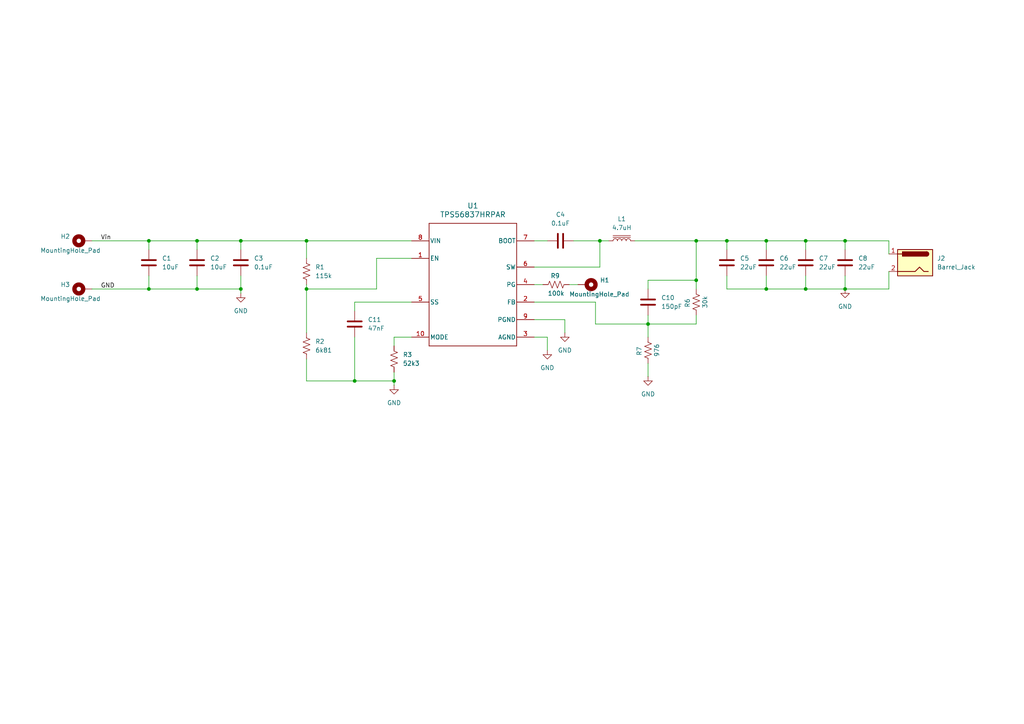
<source format=kicad_sch>
(kicad_sch
	(version 20231120)
	(generator "eeschema")
	(generator_version "8.0")
	(uuid "3baafd24-3792-4be2-ba13-49fb0eac42ee")
	(paper "A4")
	(lib_symbols
		(symbol "Connector:Barrel_Jack"
			(pin_names
				(offset 1.016)
			)
			(exclude_from_sim no)
			(in_bom yes)
			(on_board yes)
			(property "Reference" "J"
				(at 0 5.334 0)
				(effects
					(font
						(size 1.27 1.27)
					)
				)
			)
			(property "Value" "Barrel_Jack"
				(at 0 -5.08 0)
				(effects
					(font
						(size 1.27 1.27)
					)
				)
			)
			(property "Footprint" ""
				(at 1.27 -1.016 0)
				(effects
					(font
						(size 1.27 1.27)
					)
					(hide yes)
				)
			)
			(property "Datasheet" "~"
				(at 1.27 -1.016 0)
				(effects
					(font
						(size 1.27 1.27)
					)
					(hide yes)
				)
			)
			(property "Description" "DC Barrel Jack"
				(at 0 0 0)
				(effects
					(font
						(size 1.27 1.27)
					)
					(hide yes)
				)
			)
			(property "ki_keywords" "DC power barrel jack connector"
				(at 0 0 0)
				(effects
					(font
						(size 1.27 1.27)
					)
					(hide yes)
				)
			)
			(property "ki_fp_filters" "BarrelJack*"
				(at 0 0 0)
				(effects
					(font
						(size 1.27 1.27)
					)
					(hide yes)
				)
			)
			(symbol "Barrel_Jack_0_1"
				(rectangle
					(start -5.08 3.81)
					(end 5.08 -3.81)
					(stroke
						(width 0.254)
						(type default)
					)
					(fill
						(type background)
					)
				)
				(arc
					(start -3.302 3.175)
					(mid -3.9343 2.54)
					(end -3.302 1.905)
					(stroke
						(width 0.254)
						(type default)
					)
					(fill
						(type none)
					)
				)
				(arc
					(start -3.302 3.175)
					(mid -3.9343 2.54)
					(end -3.302 1.905)
					(stroke
						(width 0.254)
						(type default)
					)
					(fill
						(type outline)
					)
				)
				(polyline
					(pts
						(xy 5.08 2.54) (xy 3.81 2.54)
					)
					(stroke
						(width 0.254)
						(type default)
					)
					(fill
						(type none)
					)
				)
				(polyline
					(pts
						(xy -3.81 -2.54) (xy -2.54 -2.54) (xy -1.27 -1.27) (xy 0 -2.54) (xy 2.54 -2.54) (xy 5.08 -2.54)
					)
					(stroke
						(width 0.254)
						(type default)
					)
					(fill
						(type none)
					)
				)
				(rectangle
					(start 3.683 3.175)
					(end -3.302 1.905)
					(stroke
						(width 0.254)
						(type default)
					)
					(fill
						(type outline)
					)
				)
			)
			(symbol "Barrel_Jack_1_1"
				(pin passive line
					(at 7.62 2.54 180)
					(length 2.54)
					(name "~"
						(effects
							(font
								(size 1.27 1.27)
							)
						)
					)
					(number "1"
						(effects
							(font
								(size 1.27 1.27)
							)
						)
					)
				)
				(pin passive line
					(at 7.62 -2.54 180)
					(length 2.54)
					(name "~"
						(effects
							(font
								(size 1.27 1.27)
							)
						)
					)
					(number "2"
						(effects
							(font
								(size 1.27 1.27)
							)
						)
					)
				)
			)
		)
		(symbol "Device:C"
			(pin_numbers hide)
			(pin_names
				(offset 0.254)
			)
			(exclude_from_sim no)
			(in_bom yes)
			(on_board yes)
			(property "Reference" "C"
				(at 0.635 2.54 0)
				(effects
					(font
						(size 1.27 1.27)
					)
					(justify left)
				)
			)
			(property "Value" "C"
				(at 0.635 -2.54 0)
				(effects
					(font
						(size 1.27 1.27)
					)
					(justify left)
				)
			)
			(property "Footprint" ""
				(at 0.9652 -3.81 0)
				(effects
					(font
						(size 1.27 1.27)
					)
					(hide yes)
				)
			)
			(property "Datasheet" "~"
				(at 0 0 0)
				(effects
					(font
						(size 1.27 1.27)
					)
					(hide yes)
				)
			)
			(property "Description" "Unpolarized capacitor"
				(at 0 0 0)
				(effects
					(font
						(size 1.27 1.27)
					)
					(hide yes)
				)
			)
			(property "ki_keywords" "cap capacitor"
				(at 0 0 0)
				(effects
					(font
						(size 1.27 1.27)
					)
					(hide yes)
				)
			)
			(property "ki_fp_filters" "C_*"
				(at 0 0 0)
				(effects
					(font
						(size 1.27 1.27)
					)
					(hide yes)
				)
			)
			(symbol "C_0_1"
				(polyline
					(pts
						(xy -2.032 -0.762) (xy 2.032 -0.762)
					)
					(stroke
						(width 0.508)
						(type default)
					)
					(fill
						(type none)
					)
				)
				(polyline
					(pts
						(xy -2.032 0.762) (xy 2.032 0.762)
					)
					(stroke
						(width 0.508)
						(type default)
					)
					(fill
						(type none)
					)
				)
			)
			(symbol "C_1_1"
				(pin passive line
					(at 0 3.81 270)
					(length 2.794)
					(name "~"
						(effects
							(font
								(size 1.27 1.27)
							)
						)
					)
					(number "1"
						(effects
							(font
								(size 1.27 1.27)
							)
						)
					)
				)
				(pin passive line
					(at 0 -3.81 90)
					(length 2.794)
					(name "~"
						(effects
							(font
								(size 1.27 1.27)
							)
						)
					)
					(number "2"
						(effects
							(font
								(size 1.27 1.27)
							)
						)
					)
				)
			)
		)
		(symbol "Device:L_Iron"
			(pin_numbers hide)
			(pin_names
				(offset 1.016) hide)
			(exclude_from_sim no)
			(in_bom yes)
			(on_board yes)
			(property "Reference" "L"
				(at -1.27 0 90)
				(effects
					(font
						(size 1.27 1.27)
					)
				)
			)
			(property "Value" "L_Iron"
				(at 2.794 0 90)
				(effects
					(font
						(size 1.27 1.27)
					)
				)
			)
			(property "Footprint" ""
				(at 0 0 0)
				(effects
					(font
						(size 1.27 1.27)
					)
					(hide yes)
				)
			)
			(property "Datasheet" "~"
				(at 0 0 0)
				(effects
					(font
						(size 1.27 1.27)
					)
					(hide yes)
				)
			)
			(property "Description" "Inductor with iron core"
				(at 0 0 0)
				(effects
					(font
						(size 1.27 1.27)
					)
					(hide yes)
				)
			)
			(property "ki_keywords" "inductor choke coil reactor magnetic"
				(at 0 0 0)
				(effects
					(font
						(size 1.27 1.27)
					)
					(hide yes)
				)
			)
			(property "ki_fp_filters" "Choke_* *Coil* Inductor_* L_*"
				(at 0 0 0)
				(effects
					(font
						(size 1.27 1.27)
					)
					(hide yes)
				)
			)
			(symbol "L_Iron_0_1"
				(arc
					(start 0 -2.54)
					(mid 0.6323 -1.905)
					(end 0 -1.27)
					(stroke
						(width 0)
						(type default)
					)
					(fill
						(type none)
					)
				)
				(arc
					(start 0 -1.27)
					(mid 0.6323 -0.635)
					(end 0 0)
					(stroke
						(width 0)
						(type default)
					)
					(fill
						(type none)
					)
				)
				(polyline
					(pts
						(xy 1.016 2.54) (xy 1.016 -2.54)
					)
					(stroke
						(width 0)
						(type default)
					)
					(fill
						(type none)
					)
				)
				(polyline
					(pts
						(xy 1.524 -2.54) (xy 1.524 2.54)
					)
					(stroke
						(width 0)
						(type default)
					)
					(fill
						(type none)
					)
				)
				(arc
					(start 0 0)
					(mid 0.6323 0.635)
					(end 0 1.27)
					(stroke
						(width 0)
						(type default)
					)
					(fill
						(type none)
					)
				)
				(arc
					(start 0 1.27)
					(mid 0.6323 1.905)
					(end 0 2.54)
					(stroke
						(width 0)
						(type default)
					)
					(fill
						(type none)
					)
				)
			)
			(symbol "L_Iron_1_1"
				(pin passive line
					(at 0 3.81 270)
					(length 1.27)
					(name "1"
						(effects
							(font
								(size 1.27 1.27)
							)
						)
					)
					(number "1"
						(effects
							(font
								(size 1.27 1.27)
							)
						)
					)
				)
				(pin passive line
					(at 0 -3.81 90)
					(length 1.27)
					(name "2"
						(effects
							(font
								(size 1.27 1.27)
							)
						)
					)
					(number "2"
						(effects
							(font
								(size 1.27 1.27)
							)
						)
					)
				)
			)
		)
		(symbol "Device:R_US"
			(pin_numbers hide)
			(pin_names
				(offset 0)
			)
			(exclude_from_sim no)
			(in_bom yes)
			(on_board yes)
			(property "Reference" "R"
				(at 2.54 0 90)
				(effects
					(font
						(size 1.27 1.27)
					)
				)
			)
			(property "Value" "R_US"
				(at -2.54 0 90)
				(effects
					(font
						(size 1.27 1.27)
					)
				)
			)
			(property "Footprint" ""
				(at 1.016 -0.254 90)
				(effects
					(font
						(size 1.27 1.27)
					)
					(hide yes)
				)
			)
			(property "Datasheet" "~"
				(at 0 0 0)
				(effects
					(font
						(size 1.27 1.27)
					)
					(hide yes)
				)
			)
			(property "Description" "Resistor, US symbol"
				(at 0 0 0)
				(effects
					(font
						(size 1.27 1.27)
					)
					(hide yes)
				)
			)
			(property "ki_keywords" "R res resistor"
				(at 0 0 0)
				(effects
					(font
						(size 1.27 1.27)
					)
					(hide yes)
				)
			)
			(property "ki_fp_filters" "R_*"
				(at 0 0 0)
				(effects
					(font
						(size 1.27 1.27)
					)
					(hide yes)
				)
			)
			(symbol "R_US_0_1"
				(polyline
					(pts
						(xy 0 -2.286) (xy 0 -2.54)
					)
					(stroke
						(width 0)
						(type default)
					)
					(fill
						(type none)
					)
				)
				(polyline
					(pts
						(xy 0 2.286) (xy 0 2.54)
					)
					(stroke
						(width 0)
						(type default)
					)
					(fill
						(type none)
					)
				)
				(polyline
					(pts
						(xy 0 -0.762) (xy 1.016 -1.143) (xy 0 -1.524) (xy -1.016 -1.905) (xy 0 -2.286)
					)
					(stroke
						(width 0)
						(type default)
					)
					(fill
						(type none)
					)
				)
				(polyline
					(pts
						(xy 0 0.762) (xy 1.016 0.381) (xy 0 0) (xy -1.016 -0.381) (xy 0 -0.762)
					)
					(stroke
						(width 0)
						(type default)
					)
					(fill
						(type none)
					)
				)
				(polyline
					(pts
						(xy 0 2.286) (xy 1.016 1.905) (xy 0 1.524) (xy -1.016 1.143) (xy 0 0.762)
					)
					(stroke
						(width 0)
						(type default)
					)
					(fill
						(type none)
					)
				)
			)
			(symbol "R_US_1_1"
				(pin passive line
					(at 0 3.81 270)
					(length 1.27)
					(name "~"
						(effects
							(font
								(size 1.27 1.27)
							)
						)
					)
					(number "1"
						(effects
							(font
								(size 1.27 1.27)
							)
						)
					)
				)
				(pin passive line
					(at 0 -3.81 90)
					(length 1.27)
					(name "~"
						(effects
							(font
								(size 1.27 1.27)
							)
						)
					)
					(number "2"
						(effects
							(font
								(size 1.27 1.27)
							)
						)
					)
				)
			)
		)
		(symbol "Mechanical:MountingHole_Pad"
			(pin_numbers hide)
			(pin_names
				(offset 1.016) hide)
			(exclude_from_sim yes)
			(in_bom no)
			(on_board yes)
			(property "Reference" "H"
				(at 0 6.35 0)
				(effects
					(font
						(size 1.27 1.27)
					)
				)
			)
			(property "Value" "MountingHole_Pad"
				(at 0 4.445 0)
				(effects
					(font
						(size 1.27 1.27)
					)
				)
			)
			(property "Footprint" ""
				(at 0 0 0)
				(effects
					(font
						(size 1.27 1.27)
					)
					(hide yes)
				)
			)
			(property "Datasheet" "~"
				(at 0 0 0)
				(effects
					(font
						(size 1.27 1.27)
					)
					(hide yes)
				)
			)
			(property "Description" "Mounting Hole with connection"
				(at 0 0 0)
				(effects
					(font
						(size 1.27 1.27)
					)
					(hide yes)
				)
			)
			(property "ki_keywords" "mounting hole"
				(at 0 0 0)
				(effects
					(font
						(size 1.27 1.27)
					)
					(hide yes)
				)
			)
			(property "ki_fp_filters" "MountingHole*Pad*"
				(at 0 0 0)
				(effects
					(font
						(size 1.27 1.27)
					)
					(hide yes)
				)
			)
			(symbol "MountingHole_Pad_0_1"
				(circle
					(center 0 1.27)
					(radius 1.27)
					(stroke
						(width 1.27)
						(type default)
					)
					(fill
						(type none)
					)
				)
			)
			(symbol "MountingHole_Pad_1_1"
				(pin input line
					(at 0 -2.54 90)
					(length 2.54)
					(name "1"
						(effects
							(font
								(size 1.27 1.27)
							)
						)
					)
					(number "1"
						(effects
							(font
								(size 1.27 1.27)
							)
						)
					)
				)
			)
		)
		(symbol "TPS56837HRPAR:TPS56837HRPAR"
			(pin_names
				(offset 0.254)
			)
			(exclude_from_sim no)
			(in_bom yes)
			(on_board yes)
			(property "Reference" "U"
				(at 0 2.54 0)
				(effects
					(font
						(size 1.524 1.524)
					)
				)
			)
			(property "Value" "TPS56837HRPAR"
				(at 0 0 0)
				(effects
					(font
						(size 1.524 1.524)
					)
				)
			)
			(property "Footprint" "RPA0010A-MFG"
				(at 0 0 0)
				(effects
					(font
						(size 1.27 1.27)
						(italic yes)
					)
					(hide yes)
				)
			)
			(property "Datasheet" "TPS56837HRPAR"
				(at 0 0 0)
				(effects
					(font
						(size 1.27 1.27)
						(italic yes)
					)
					(hide yes)
				)
			)
			(property "Description" ""
				(at 0 0 0)
				(effects
					(font
						(size 1.27 1.27)
					)
					(hide yes)
				)
			)
			(property "ki_locked" ""
				(at 0 0 0)
				(effects
					(font
						(size 1.27 1.27)
					)
				)
			)
			(property "ki_keywords" "TPS56837HRPAR"
				(at 0 0 0)
				(effects
					(font
						(size 1.27 1.27)
					)
					(hide yes)
				)
			)
			(property "ki_fp_filters" "RPA0010A-MFG"
				(at 0 0 0)
				(effects
					(font
						(size 1.27 1.27)
					)
					(hide yes)
				)
			)
			(symbol "TPS56837HRPAR_1_1"
				(polyline
					(pts
						(xy 5.08 -30.48) (xy 30.48 -30.48)
					)
					(stroke
						(width 0.2032)
						(type default)
					)
					(fill
						(type none)
					)
				)
				(polyline
					(pts
						(xy 5.08 5.08) (xy 5.08 -30.48)
					)
					(stroke
						(width 0.2032)
						(type default)
					)
					(fill
						(type none)
					)
				)
				(polyline
					(pts
						(xy 30.48 -30.48) (xy 30.48 5.08)
					)
					(stroke
						(width 0.2032)
						(type default)
					)
					(fill
						(type none)
					)
				)
				(polyline
					(pts
						(xy 30.48 5.08) (xy 5.08 5.08)
					)
					(stroke
						(width 0.2032)
						(type default)
					)
					(fill
						(type none)
					)
				)
				(pin input line
					(at 0 -5.08 0)
					(length 5.08)
					(name "EN"
						(effects
							(font
								(size 1.27 1.27)
							)
						)
					)
					(number "1"
						(effects
							(font
								(size 1.27 1.27)
							)
						)
					)
				)
				(pin unspecified line
					(at 0 -27.94 0)
					(length 5.08)
					(name "MODE"
						(effects
							(font
								(size 1.27 1.27)
							)
						)
					)
					(number "10"
						(effects
							(font
								(size 1.27 1.27)
							)
						)
					)
				)
				(pin unspecified line
					(at 35.56 -17.78 180)
					(length 5.08)
					(name "FB"
						(effects
							(font
								(size 1.27 1.27)
							)
						)
					)
					(number "2"
						(effects
							(font
								(size 1.27 1.27)
							)
						)
					)
				)
				(pin power_in line
					(at 35.56 -27.94 180)
					(length 5.08)
					(name "AGND"
						(effects
							(font
								(size 1.27 1.27)
							)
						)
					)
					(number "3"
						(effects
							(font
								(size 1.27 1.27)
							)
						)
					)
				)
				(pin open_collector line
					(at 35.56 -12.7 180)
					(length 5.08)
					(name "PG"
						(effects
							(font
								(size 1.27 1.27)
							)
						)
					)
					(number "4"
						(effects
							(font
								(size 1.27 1.27)
							)
						)
					)
				)
				(pin unspecified line
					(at 0 -17.78 0)
					(length 5.08)
					(name "SS"
						(effects
							(font
								(size 1.27 1.27)
							)
						)
					)
					(number "5"
						(effects
							(font
								(size 1.27 1.27)
							)
						)
					)
				)
				(pin unspecified line
					(at 35.56 -7.62 180)
					(length 5.08)
					(name "SW"
						(effects
							(font
								(size 1.27 1.27)
							)
						)
					)
					(number "6"
						(effects
							(font
								(size 1.27 1.27)
							)
						)
					)
				)
				(pin unspecified line
					(at 35.56 0 180)
					(length 5.08)
					(name "BOOT"
						(effects
							(font
								(size 1.27 1.27)
							)
						)
					)
					(number "7"
						(effects
							(font
								(size 1.27 1.27)
							)
						)
					)
				)
				(pin power_in line
					(at 0 0 0)
					(length 5.08)
					(name "VIN"
						(effects
							(font
								(size 1.27 1.27)
							)
						)
					)
					(number "8"
						(effects
							(font
								(size 1.27 1.27)
							)
						)
					)
				)
				(pin power_in line
					(at 35.56 -22.86 180)
					(length 5.08)
					(name "PGND"
						(effects
							(font
								(size 1.27 1.27)
							)
						)
					)
					(number "9"
						(effects
							(font
								(size 1.27 1.27)
							)
						)
					)
				)
			)
		)
		(symbol "power:GND"
			(power)
			(pin_numbers hide)
			(pin_names
				(offset 0) hide)
			(exclude_from_sim no)
			(in_bom yes)
			(on_board yes)
			(property "Reference" "#PWR"
				(at 0 -6.35 0)
				(effects
					(font
						(size 1.27 1.27)
					)
					(hide yes)
				)
			)
			(property "Value" "GND"
				(at 0 -3.81 0)
				(effects
					(font
						(size 1.27 1.27)
					)
				)
			)
			(property "Footprint" ""
				(at 0 0 0)
				(effects
					(font
						(size 1.27 1.27)
					)
					(hide yes)
				)
			)
			(property "Datasheet" ""
				(at 0 0 0)
				(effects
					(font
						(size 1.27 1.27)
					)
					(hide yes)
				)
			)
			(property "Description" "Power symbol creates a global label with name \"GND\" , ground"
				(at 0 0 0)
				(effects
					(font
						(size 1.27 1.27)
					)
					(hide yes)
				)
			)
			(property "ki_keywords" "global power"
				(at 0 0 0)
				(effects
					(font
						(size 1.27 1.27)
					)
					(hide yes)
				)
			)
			(symbol "GND_0_1"
				(polyline
					(pts
						(xy 0 0) (xy 0 -1.27) (xy 1.27 -1.27) (xy 0 -2.54) (xy -1.27 -1.27) (xy 0 -1.27)
					)
					(stroke
						(width 0)
						(type default)
					)
					(fill
						(type none)
					)
				)
			)
			(symbol "GND_1_1"
				(pin power_in line
					(at 0 0 270)
					(length 0)
					(name "~"
						(effects
							(font
								(size 1.27 1.27)
							)
						)
					)
					(number "1"
						(effects
							(font
								(size 1.27 1.27)
							)
						)
					)
				)
			)
		)
	)
	(junction
		(at 43.18 69.85)
		(diameter 0)
		(color 0 0 0 0)
		(uuid "0e7541c4-f30c-4132-8c49-2a7bf9d3bea3")
	)
	(junction
		(at 88.9 83.82)
		(diameter 0)
		(color 0 0 0 0)
		(uuid "1897018e-e2c8-413b-98c9-675de7497d49")
	)
	(junction
		(at 102.87 110.49)
		(diameter 0)
		(color 0 0 0 0)
		(uuid "22ecfd08-f155-409a-b235-46d302786ef4")
	)
	(junction
		(at 114.3 110.49)
		(diameter 0)
		(color 0 0 0 0)
		(uuid "39fbfdb4-54b8-4b6d-b643-42072a34b8d5")
	)
	(junction
		(at 201.93 81.28)
		(diameter 0)
		(color 0 0 0 0)
		(uuid "40dcc368-531a-4d4a-8d8d-0447c03bdef0")
	)
	(junction
		(at 69.85 83.82)
		(diameter 0)
		(color 0 0 0 0)
		(uuid "48fa10d4-e2a8-41fb-a874-fbc54ca9d13d")
	)
	(junction
		(at 57.15 69.85)
		(diameter 0)
		(color 0 0 0 0)
		(uuid "57331ff7-a6ff-43b3-aeb5-2be6cd299861")
	)
	(junction
		(at 222.25 83.82)
		(diameter 0)
		(color 0 0 0 0)
		(uuid "5b01cfbc-9faf-4c81-8331-6a9b7fb74c6b")
	)
	(junction
		(at 245.11 83.82)
		(diameter 0)
		(color 0 0 0 0)
		(uuid "5d19e964-4ff2-409a-a0d0-a856988b30a7")
	)
	(junction
		(at 187.96 93.98)
		(diameter 0)
		(color 0 0 0 0)
		(uuid "73cc8e7c-2be9-485d-acd4-9144b81853a8")
	)
	(junction
		(at 43.18 83.82)
		(diameter 0)
		(color 0 0 0 0)
		(uuid "891910d1-ca47-4ec5-8e6f-8545488d8b92")
	)
	(junction
		(at 233.68 83.82)
		(diameter 0)
		(color 0 0 0 0)
		(uuid "8b990e62-cf9f-4cac-ba92-741db372880e")
	)
	(junction
		(at 210.82 69.85)
		(diameter 0)
		(color 0 0 0 0)
		(uuid "bde2db7f-e423-441b-898b-94f9f63708a7")
	)
	(junction
		(at 173.99 69.85)
		(diameter 0)
		(color 0 0 0 0)
		(uuid "bf80472f-32e4-4e86-91f9-1b5d2dedabb6")
	)
	(junction
		(at 233.68 69.85)
		(diameter 0)
		(color 0 0 0 0)
		(uuid "c456bc71-c747-4376-a251-5bd2c600027f")
	)
	(junction
		(at 88.9 69.85)
		(diameter 0)
		(color 0 0 0 0)
		(uuid "da67ecf7-412d-4605-9b7c-f5d5bc6751d3")
	)
	(junction
		(at 57.15 83.82)
		(diameter 0)
		(color 0 0 0 0)
		(uuid "dd50e68d-6930-4b1c-b723-4a915722f9df")
	)
	(junction
		(at 69.85 69.85)
		(diameter 0)
		(color 0 0 0 0)
		(uuid "f2c2b9a8-a9ff-4d99-8fe2-923b0287004f")
	)
	(junction
		(at 201.93 69.85)
		(diameter 0)
		(color 0 0 0 0)
		(uuid "fbdf5074-3047-4df4-8a2f-f34d8486bfca")
	)
	(junction
		(at 245.11 69.85)
		(diameter 0)
		(color 0 0 0 0)
		(uuid "fd0b2823-b60c-49dd-b29c-0da71a7399f3")
	)
	(junction
		(at 222.25 69.85)
		(diameter 0)
		(color 0 0 0 0)
		(uuid "fdffc477-7c23-4ccf-83ad-7dee9dadb981")
	)
	(wire
		(pts
			(xy 88.9 83.82) (xy 109.22 83.82)
		)
		(stroke
			(width 0)
			(type default)
		)
		(uuid "03c07131-6129-46d8-bdc5-747f10990e9e")
	)
	(wire
		(pts
			(xy 233.68 69.85) (xy 245.11 69.85)
		)
		(stroke
			(width 0)
			(type default)
		)
		(uuid "0cf568e8-9064-4f72-889b-14b8d5e5bfaa")
	)
	(wire
		(pts
			(xy 187.96 81.28) (xy 201.93 81.28)
		)
		(stroke
			(width 0)
			(type default)
		)
		(uuid "0e693c14-b185-4c4c-9802-121ff8b73ad5")
	)
	(wire
		(pts
			(xy 187.96 93.98) (xy 172.72 93.98)
		)
		(stroke
			(width 0)
			(type default)
		)
		(uuid "0ea37ce7-0a97-4d5d-9570-d637edbe3432")
	)
	(wire
		(pts
			(xy 210.82 83.82) (xy 210.82 80.01)
		)
		(stroke
			(width 0)
			(type default)
		)
		(uuid "1070b014-db4d-43e2-9f04-8d3d9da2788e")
	)
	(wire
		(pts
			(xy 88.9 74.93) (xy 88.9 69.85)
		)
		(stroke
			(width 0)
			(type default)
		)
		(uuid "107c79e8-e018-492a-bdf5-cb8c9fcdeb9b")
	)
	(wire
		(pts
			(xy 257.81 69.85) (xy 257.81 73.66)
		)
		(stroke
			(width 0)
			(type default)
		)
		(uuid "12435b96-c818-4fd0-a7de-634110f171a1")
	)
	(wire
		(pts
			(xy 245.11 80.01) (xy 245.11 83.82)
		)
		(stroke
			(width 0)
			(type default)
		)
		(uuid "17c727f6-36f6-4131-b4b9-93fa0b43062b")
	)
	(wire
		(pts
			(xy 88.9 96.52) (xy 88.9 83.82)
		)
		(stroke
			(width 0)
			(type default)
		)
		(uuid "1d6f0d9f-4483-4720-96df-2fd89ce83d92")
	)
	(wire
		(pts
			(xy 154.94 82.55) (xy 157.48 82.55)
		)
		(stroke
			(width 0)
			(type default)
		)
		(uuid "1fb7665a-4f24-4e21-ba57-b1789b621f70")
	)
	(wire
		(pts
			(xy 26.67 69.85) (xy 43.18 69.85)
		)
		(stroke
			(width 0)
			(type default)
		)
		(uuid "299d874f-495e-4c28-bfed-1b73c3c5d8fd")
	)
	(wire
		(pts
			(xy 43.18 69.85) (xy 57.15 69.85)
		)
		(stroke
			(width 0)
			(type default)
		)
		(uuid "2b957ef9-c003-4b29-8d1c-dab0ecb02be4")
	)
	(wire
		(pts
			(xy 114.3 107.95) (xy 114.3 110.49)
		)
		(stroke
			(width 0)
			(type default)
		)
		(uuid "2d63036d-920d-4938-8136-589958015edb")
	)
	(wire
		(pts
			(xy 154.94 92.71) (xy 163.83 92.71)
		)
		(stroke
			(width 0)
			(type default)
		)
		(uuid "2f8163eb-7827-433e-9636-705cfb09391b")
	)
	(wire
		(pts
			(xy 245.11 83.82) (xy 233.68 83.82)
		)
		(stroke
			(width 0)
			(type default)
		)
		(uuid "3c331995-697f-4394-a804-314282b952e7")
	)
	(wire
		(pts
			(xy 210.82 69.85) (xy 210.82 72.39)
		)
		(stroke
			(width 0)
			(type default)
		)
		(uuid "3f5d3994-abd2-4525-b892-23b9bfee576e")
	)
	(wire
		(pts
			(xy 172.72 93.98) (xy 172.72 87.63)
		)
		(stroke
			(width 0)
			(type default)
		)
		(uuid "42d14912-df4e-43bd-a2d9-3712c509ed96")
	)
	(wire
		(pts
			(xy 163.83 92.71) (xy 163.83 96.52)
		)
		(stroke
			(width 0)
			(type default)
		)
		(uuid "47eb6bf1-0d78-45ab-90be-ad680ca86d17")
	)
	(wire
		(pts
			(xy 102.87 87.63) (xy 102.87 90.17)
		)
		(stroke
			(width 0)
			(type default)
		)
		(uuid "4d516900-1aab-4205-831e-9628480fa275")
	)
	(wire
		(pts
			(xy 69.85 69.85) (xy 88.9 69.85)
		)
		(stroke
			(width 0)
			(type default)
		)
		(uuid "4e2759a4-1e8d-4ed0-a45e-4db8f3a3e2a3")
	)
	(wire
		(pts
			(xy 233.68 80.01) (xy 233.68 83.82)
		)
		(stroke
			(width 0)
			(type default)
		)
		(uuid "4eb3cec0-4e9d-469a-9c4e-c4209be1df6c")
	)
	(wire
		(pts
			(xy 245.11 69.85) (xy 245.11 72.39)
		)
		(stroke
			(width 0)
			(type default)
		)
		(uuid "55400db2-b082-4b68-9ff4-5362fbadd48d")
	)
	(wire
		(pts
			(xy 201.93 91.44) (xy 201.93 93.98)
		)
		(stroke
			(width 0)
			(type default)
		)
		(uuid "55a06e72-74ea-495a-920e-8eb02c92aa7c")
	)
	(wire
		(pts
			(xy 201.93 69.85) (xy 210.82 69.85)
		)
		(stroke
			(width 0)
			(type default)
		)
		(uuid "5889742d-3f90-40be-b435-12865ab02414")
	)
	(wire
		(pts
			(xy 154.94 69.85) (xy 158.75 69.85)
		)
		(stroke
			(width 0)
			(type default)
		)
		(uuid "595b80bc-e06a-48b4-a3ff-d1d3daa1e74f")
	)
	(wire
		(pts
			(xy 184.15 69.85) (xy 201.93 69.85)
		)
		(stroke
			(width 0)
			(type default)
		)
		(uuid "5f838175-00ed-4c74-8626-94fc91435d7d")
	)
	(wire
		(pts
			(xy 69.85 80.01) (xy 69.85 83.82)
		)
		(stroke
			(width 0)
			(type default)
		)
		(uuid "609acb68-3f1a-4808-9b28-1570be8915ca")
	)
	(wire
		(pts
			(xy 109.22 74.93) (xy 119.38 74.93)
		)
		(stroke
			(width 0)
			(type default)
		)
		(uuid "65b94a3d-9613-4b84-a2bf-a9deabbc62cc")
	)
	(wire
		(pts
			(xy 173.99 77.47) (xy 173.99 69.85)
		)
		(stroke
			(width 0)
			(type default)
		)
		(uuid "6b29d51d-8336-4b5c-83e1-d500ebf916ac")
	)
	(wire
		(pts
			(xy 57.15 80.01) (xy 57.15 83.82)
		)
		(stroke
			(width 0)
			(type default)
		)
		(uuid "6b57f2a4-cbfd-43e5-b925-036fac6d258d")
	)
	(wire
		(pts
			(xy 114.3 110.49) (xy 114.3 111.76)
		)
		(stroke
			(width 0)
			(type default)
		)
		(uuid "6bc3f630-eb46-4efa-9792-670e8991fadb")
	)
	(wire
		(pts
			(xy 222.25 80.01) (xy 222.25 83.82)
		)
		(stroke
			(width 0)
			(type default)
		)
		(uuid "703117ea-b221-4a12-876d-a3407675cbf5")
	)
	(wire
		(pts
			(xy 222.25 69.85) (xy 222.25 72.39)
		)
		(stroke
			(width 0)
			(type default)
		)
		(uuid "73287160-a1b7-4a69-8c83-7a106837170e")
	)
	(wire
		(pts
			(xy 57.15 83.82) (xy 69.85 83.82)
		)
		(stroke
			(width 0)
			(type default)
		)
		(uuid "74043543-087d-4191-8120-10706876b812")
	)
	(wire
		(pts
			(xy 233.68 69.85) (xy 233.68 72.39)
		)
		(stroke
			(width 0)
			(type default)
		)
		(uuid "7b621d3d-0e49-40d7-a4cd-f7711fb9f2bf")
	)
	(wire
		(pts
			(xy 187.96 91.44) (xy 187.96 93.98)
		)
		(stroke
			(width 0)
			(type default)
		)
		(uuid "7e6dd290-922b-47e7-9597-8446c108ae0d")
	)
	(wire
		(pts
			(xy 233.68 83.82) (xy 222.25 83.82)
		)
		(stroke
			(width 0)
			(type default)
		)
		(uuid "81761791-3083-4d59-9241-73eb82662d46")
	)
	(wire
		(pts
			(xy 201.93 69.85) (xy 201.93 81.28)
		)
		(stroke
			(width 0)
			(type default)
		)
		(uuid "834612ca-407b-4f10-8a5f-5f36b281e3db")
	)
	(wire
		(pts
			(xy 69.85 83.82) (xy 69.85 85.09)
		)
		(stroke
			(width 0)
			(type default)
		)
		(uuid "85d73ad9-ea99-4815-b59e-a1cb00fa88a2")
	)
	(wire
		(pts
			(xy 102.87 110.49) (xy 114.3 110.49)
		)
		(stroke
			(width 0)
			(type default)
		)
		(uuid "8b8bd2c3-1bb6-4a9e-8049-73ac3f6875d9")
	)
	(wire
		(pts
			(xy 102.87 97.79) (xy 102.87 110.49)
		)
		(stroke
			(width 0)
			(type default)
		)
		(uuid "96fcf790-2027-487f-ac7b-1008ecda4312")
	)
	(wire
		(pts
			(xy 166.37 69.85) (xy 173.99 69.85)
		)
		(stroke
			(width 0)
			(type default)
		)
		(uuid "9738f39a-4060-45c3-a7c7-2386a503c998")
	)
	(wire
		(pts
			(xy 88.9 110.49) (xy 102.87 110.49)
		)
		(stroke
			(width 0)
			(type default)
		)
		(uuid "993bdd6d-c5e3-4245-87c1-e9d6b54827d7")
	)
	(wire
		(pts
			(xy 57.15 69.85) (xy 69.85 69.85)
		)
		(stroke
			(width 0)
			(type default)
		)
		(uuid "9bd266f4-a5b0-411b-9290-5ab1d0bb5a4a")
	)
	(wire
		(pts
			(xy 119.38 97.79) (xy 114.3 97.79)
		)
		(stroke
			(width 0)
			(type default)
		)
		(uuid "9e26ec6c-09e9-49ac-8627-5635c9c53944")
	)
	(wire
		(pts
			(xy 187.96 93.98) (xy 187.96 97.79)
		)
		(stroke
			(width 0)
			(type default)
		)
		(uuid "aa6a4273-4da3-4361-8380-b4edcf335f03")
	)
	(wire
		(pts
			(xy 43.18 80.01) (xy 43.18 83.82)
		)
		(stroke
			(width 0)
			(type default)
		)
		(uuid "acd254a4-40b8-4c8b-ab46-b5595115211b")
	)
	(wire
		(pts
			(xy 222.25 83.82) (xy 210.82 83.82)
		)
		(stroke
			(width 0)
			(type default)
		)
		(uuid "af14358d-adac-4951-afc1-e513a78d38fc")
	)
	(wire
		(pts
			(xy 119.38 87.63) (xy 102.87 87.63)
		)
		(stroke
			(width 0)
			(type default)
		)
		(uuid "b24a7648-3a6f-4736-a964-da783ba709a8")
	)
	(wire
		(pts
			(xy 187.96 105.41) (xy 187.96 109.22)
		)
		(stroke
			(width 0)
			(type default)
		)
		(uuid "b7462dc3-896b-4048-aa15-b045e0e36504")
	)
	(wire
		(pts
			(xy 201.93 93.98) (xy 187.96 93.98)
		)
		(stroke
			(width 0)
			(type default)
		)
		(uuid "bb0c1659-6b5c-401c-95ab-4f227d592cee")
	)
	(wire
		(pts
			(xy 187.96 83.82) (xy 187.96 81.28)
		)
		(stroke
			(width 0)
			(type default)
		)
		(uuid "bc410fea-b114-4622-b6c0-4e099528c5a0")
	)
	(wire
		(pts
			(xy 69.85 69.85) (xy 69.85 72.39)
		)
		(stroke
			(width 0)
			(type default)
		)
		(uuid "bcf954ab-9cf4-4bbe-9604-ab6ee80437a8")
	)
	(wire
		(pts
			(xy 88.9 69.85) (xy 119.38 69.85)
		)
		(stroke
			(width 0)
			(type default)
		)
		(uuid "bdbd5061-90b1-463b-beb3-558d0e9e0448")
	)
	(wire
		(pts
			(xy 210.82 69.85) (xy 222.25 69.85)
		)
		(stroke
			(width 0)
			(type default)
		)
		(uuid "be198f0f-72e7-44fc-bc34-6cba932bd440")
	)
	(wire
		(pts
			(xy 57.15 69.85) (xy 57.15 72.39)
		)
		(stroke
			(width 0)
			(type default)
		)
		(uuid "c1c09fcf-ed42-4bd0-845b-8270ddc65ba3")
	)
	(wire
		(pts
			(xy 43.18 83.82) (xy 57.15 83.82)
		)
		(stroke
			(width 0)
			(type default)
		)
		(uuid "c2bc8be1-2502-4eb9-92b6-19f2759a7463")
	)
	(wire
		(pts
			(xy 109.22 83.82) (xy 109.22 74.93)
		)
		(stroke
			(width 0)
			(type default)
		)
		(uuid "c45fa513-2ca0-441f-b486-fc6f540bb12c")
	)
	(wire
		(pts
			(xy 165.1 82.55) (xy 167.64 82.55)
		)
		(stroke
			(width 0)
			(type default)
		)
		(uuid "c4d9fe39-6ee4-4331-9159-63eabfd87bcf")
	)
	(wire
		(pts
			(xy 257.81 78.74) (xy 257.81 83.82)
		)
		(stroke
			(width 0)
			(type default)
		)
		(uuid "c4ff1f92-1e3a-42ce-9d82-baca413aeba7")
	)
	(wire
		(pts
			(xy 154.94 97.79) (xy 158.75 97.79)
		)
		(stroke
			(width 0)
			(type default)
		)
		(uuid "cea3781d-09aa-4026-8d9f-72c7c6d18a2d")
	)
	(wire
		(pts
			(xy 88.9 104.14) (xy 88.9 110.49)
		)
		(stroke
			(width 0)
			(type default)
		)
		(uuid "d17d3604-d800-48aa-bc45-fc64222528b3")
	)
	(wire
		(pts
			(xy 43.18 69.85) (xy 43.18 72.39)
		)
		(stroke
			(width 0)
			(type default)
		)
		(uuid "d5702273-8e77-4918-bc56-be6b567f0f60")
	)
	(wire
		(pts
			(xy 26.67 83.82) (xy 43.18 83.82)
		)
		(stroke
			(width 0)
			(type default)
		)
		(uuid "d5b824df-d0c9-4d2d-a535-73804c67f8c7")
	)
	(wire
		(pts
			(xy 88.9 83.82) (xy 88.9 82.55)
		)
		(stroke
			(width 0)
			(type default)
		)
		(uuid "da04aa5b-dc69-4791-a386-a420d34cd717")
	)
	(wire
		(pts
			(xy 154.94 77.47) (xy 173.99 77.47)
		)
		(stroke
			(width 0)
			(type default)
		)
		(uuid "dfb29b08-b0f1-4381-b3d5-42a97c2c184c")
	)
	(wire
		(pts
			(xy 173.99 69.85) (xy 176.53 69.85)
		)
		(stroke
			(width 0)
			(type default)
		)
		(uuid "e1f91f07-7168-44af-8f4a-b5fb716c0f89")
	)
	(wire
		(pts
			(xy 114.3 97.79) (xy 114.3 100.33)
		)
		(stroke
			(width 0)
			(type default)
		)
		(uuid "e38420cc-3cb3-4256-b675-28c71baed700")
	)
	(wire
		(pts
			(xy 201.93 81.28) (xy 201.93 83.82)
		)
		(stroke
			(width 0)
			(type default)
		)
		(uuid "e89f0668-0860-4dd2-86c3-c1c350b2819b")
	)
	(wire
		(pts
			(xy 257.81 83.82) (xy 245.11 83.82)
		)
		(stroke
			(width 0)
			(type default)
		)
		(uuid "ec4f8abf-36ba-41f6-84d7-1f0981067565")
	)
	(wire
		(pts
			(xy 222.25 69.85) (xy 233.68 69.85)
		)
		(stroke
			(width 0)
			(type default)
		)
		(uuid "f055ed3d-4c26-49ff-ba36-1a1b0deaada2")
	)
	(wire
		(pts
			(xy 245.11 69.85) (xy 257.81 69.85)
		)
		(stroke
			(width 0)
			(type default)
		)
		(uuid "f18877f3-5dbd-4f12-907f-74f8748a2d11")
	)
	(wire
		(pts
			(xy 158.75 97.79) (xy 158.75 101.6)
		)
		(stroke
			(width 0)
			(type default)
		)
		(uuid "f99d912f-4b77-45c1-b4c7-98f8a57188cf")
	)
	(wire
		(pts
			(xy 172.72 87.63) (xy 154.94 87.63)
		)
		(stroke
			(width 0)
			(type default)
		)
		(uuid "ff896396-c451-47a4-9fd8-8d63d355ad04")
	)
	(label "GND"
		(at 29.21 83.82 0)
		(fields_autoplaced yes)
		(effects
			(font
				(size 1.27 1.27)
			)
			(justify left bottom)
		)
		(uuid "2d8f4ad4-0213-4065-9f98-79778fb0f373")
	)
	(label "Vin"
		(at 29.21 69.85 0)
		(fields_autoplaced yes)
		(effects
			(font
				(size 1.27 1.27)
			)
			(justify left bottom)
		)
		(uuid "8bc404a7-78da-4af8-842b-94016f0f2bf5")
	)
	(symbol
		(lib_id "Device:C")
		(at 245.11 76.2 0)
		(unit 1)
		(exclude_from_sim no)
		(in_bom yes)
		(on_board yes)
		(dnp no)
		(fields_autoplaced yes)
		(uuid "04ec7ad3-43cb-44f7-b57b-a6c0e64b8d9e")
		(property "Reference" "C8"
			(at 248.92 74.9299 0)
			(effects
				(font
					(size 1.27 1.27)
				)
				(justify left)
			)
		)
		(property "Value" "22uF"
			(at 248.92 77.4699 0)
			(effects
				(font
					(size 1.27 1.27)
				)
				(justify left)
			)
		)
		(property "Footprint" "Capacitor_SMD:C_0603_1608Metric"
			(at 246.0752 80.01 0)
			(effects
				(font
					(size 1.27 1.27)
				)
				(hide yes)
			)
		)
		(property "Datasheet" "~"
			(at 245.11 76.2 0)
			(effects
				(font
					(size 1.27 1.27)
				)
				(hide yes)
			)
		)
		(property "Description" "Unpolarized capacitor"
			(at 245.11 76.2 0)
			(effects
				(font
					(size 1.27 1.27)
				)
				(hide yes)
			)
		)
		(pin "2"
			(uuid "67ddfb2c-7258-4b9f-8403-1384ecf49f5f")
		)
		(pin "1"
			(uuid "2fafc462-9b1c-48dc-b9a8-27aca8abd0b3")
		)
		(instances
			(project "19V Buck Rail"
				(path "/3baafd24-3792-4be2-ba13-49fb0eac42ee"
					(reference "C8")
					(unit 1)
				)
			)
		)
	)
	(symbol
		(lib_id "Device:R_US")
		(at 114.3 104.14 0)
		(unit 1)
		(exclude_from_sim no)
		(in_bom yes)
		(on_board yes)
		(dnp no)
		(fields_autoplaced yes)
		(uuid "074bd703-848d-4b3f-9d34-4a5b9579218b")
		(property "Reference" "R3"
			(at 116.84 102.8699 0)
			(effects
				(font
					(size 1.27 1.27)
				)
				(justify left)
			)
		)
		(property "Value" "52k3"
			(at 116.84 105.4099 0)
			(effects
				(font
					(size 1.27 1.27)
				)
				(justify left)
			)
		)
		(property "Footprint" "Resistor_SMD:R_2512_6332Metric"
			(at 115.316 104.394 90)
			(effects
				(font
					(size 1.27 1.27)
				)
				(hide yes)
			)
		)
		(property "Datasheet" "~"
			(at 114.3 104.14 0)
			(effects
				(font
					(size 1.27 1.27)
				)
				(hide yes)
			)
		)
		(property "Description" "Resistor, US symbol"
			(at 114.3 104.14 0)
			(effects
				(font
					(size 1.27 1.27)
				)
				(hide yes)
			)
		)
		(pin "2"
			(uuid "450d776c-35e4-4b0d-869f-337cf284838a")
		)
		(pin "1"
			(uuid "46427369-22b7-4796-b4af-ac7e4ad2292d")
		)
		(instances
			(project ""
				(path "/3baafd24-3792-4be2-ba13-49fb0eac42ee"
					(reference "R3")
					(unit 1)
				)
			)
		)
	)
	(symbol
		(lib_id "Device:C")
		(at 57.15 76.2 0)
		(unit 1)
		(exclude_from_sim no)
		(in_bom yes)
		(on_board yes)
		(dnp no)
		(fields_autoplaced yes)
		(uuid "1865e0a6-ab1c-416e-bafb-82a78e73ffd8")
		(property "Reference" "C2"
			(at 60.96 74.9299 0)
			(effects
				(font
					(size 1.27 1.27)
				)
				(justify left)
			)
		)
		(property "Value" "10uF"
			(at 60.96 77.4699 0)
			(effects
				(font
					(size 1.27 1.27)
				)
				(justify left)
			)
		)
		(property "Footprint" "Capacitor_SMD:C_0603_1608Metric"
			(at 58.1152 80.01 0)
			(effects
				(font
					(size 1.27 1.27)
				)
				(hide yes)
			)
		)
		(property "Datasheet" "~"
			(at 57.15 76.2 0)
			(effects
				(font
					(size 1.27 1.27)
				)
				(hide yes)
			)
		)
		(property "Description" "Unpolarized capacitor"
			(at 57.15 76.2 0)
			(effects
				(font
					(size 1.27 1.27)
				)
				(hide yes)
			)
		)
		(pin "2"
			(uuid "dbc6d2a8-1e9d-4934-903c-6102820fba60")
		)
		(pin "1"
			(uuid "70338307-9584-4886-a7a0-36ccfc1a2001")
		)
		(instances
			(project "19V Buck Rail"
				(path "/3baafd24-3792-4be2-ba13-49fb0eac42ee"
					(reference "C2")
					(unit 1)
				)
			)
		)
	)
	(symbol
		(lib_id "Connector:Barrel_Jack")
		(at 265.43 76.2 0)
		(mirror y)
		(unit 1)
		(exclude_from_sim no)
		(in_bom yes)
		(on_board yes)
		(dnp no)
		(fields_autoplaced yes)
		(uuid "2098a0de-275d-4e27-9974-a5d22db8521a")
		(property "Reference" "J2"
			(at 271.78 74.9299 0)
			(effects
				(font
					(size 1.27 1.27)
				)
				(justify right)
			)
		)
		(property "Value" "Barrel_Jack"
			(at 271.78 77.4699 0)
			(effects
				(font
					(size 1.27 1.27)
				)
				(justify right)
			)
		)
		(property "Footprint" "Connector_BarrelJack:BarrelJack_SwitchcraftConxall_RAPC10U_Horizontal"
			(at 264.16 77.216 0)
			(effects
				(font
					(size 1.27 1.27)
				)
				(hide yes)
			)
		)
		(property "Datasheet" "~"
			(at 264.16 77.216 0)
			(effects
				(font
					(size 1.27 1.27)
				)
				(hide yes)
			)
		)
		(property "Description" "DC Barrel Jack"
			(at 265.43 76.2 0)
			(effects
				(font
					(size 1.27 1.27)
				)
				(hide yes)
			)
		)
		(pin "1"
			(uuid "e54ca160-7eda-443e-8102-1b2319949795")
		)
		(pin "2"
			(uuid "93d39a3d-3ed4-4e0a-8e46-f4745224acc8")
		)
		(instances
			(project ""
				(path "/3baafd24-3792-4be2-ba13-49fb0eac42ee"
					(reference "J2")
					(unit 1)
				)
			)
		)
	)
	(symbol
		(lib_id "power:GND")
		(at 69.85 85.09 0)
		(unit 1)
		(exclude_from_sim no)
		(in_bom yes)
		(on_board yes)
		(dnp no)
		(fields_autoplaced yes)
		(uuid "2f226ac3-8698-4c62-8974-f5f4f6619f4e")
		(property "Reference" "#PWR02"
			(at 69.85 91.44 0)
			(effects
				(font
					(size 1.27 1.27)
				)
				(hide yes)
			)
		)
		(property "Value" "GND"
			(at 69.85 90.17 0)
			(effects
				(font
					(size 1.27 1.27)
				)
			)
		)
		(property "Footprint" ""
			(at 69.85 85.09 0)
			(effects
				(font
					(size 1.27 1.27)
				)
				(hide yes)
			)
		)
		(property "Datasheet" ""
			(at 69.85 85.09 0)
			(effects
				(font
					(size 1.27 1.27)
				)
				(hide yes)
			)
		)
		(property "Description" "Power symbol creates a global label with name \"GND\" , ground"
			(at 69.85 85.09 0)
			(effects
				(font
					(size 1.27 1.27)
				)
				(hide yes)
			)
		)
		(pin "1"
			(uuid "d0ffb6f6-3e06-4a51-bca7-4ec199c5dd47")
		)
		(instances
			(project ""
				(path "/3baafd24-3792-4be2-ba13-49fb0eac42ee"
					(reference "#PWR02")
					(unit 1)
				)
			)
		)
	)
	(symbol
		(lib_id "TPS56837HRPAR:TPS56837HRPAR")
		(at 119.38 69.85 0)
		(unit 1)
		(exclude_from_sim no)
		(in_bom yes)
		(on_board yes)
		(dnp no)
		(fields_autoplaced yes)
		(uuid "45948462-c897-4f27-bc6e-1ed86bef3af7")
		(property "Reference" "U1"
			(at 137.16 59.69 0)
			(effects
				(font
					(size 1.524 1.524)
				)
			)
		)
		(property "Value" "TPS56837HRPAR"
			(at 137.16 62.23 0)
			(effects
				(font
					(size 1.524 1.524)
				)
			)
		)
		(property "Footprint" "TPS56837HRPAR:RPA0010A-MFG"
			(at 119.38 69.85 0)
			(effects
				(font
					(size 1.27 1.27)
					(italic yes)
				)
				(hide yes)
			)
		)
		(property "Datasheet" "TPS56837HRPAR"
			(at 119.38 69.85 0)
			(effects
				(font
					(size 1.27 1.27)
					(italic yes)
				)
				(hide yes)
			)
		)
		(property "Description" ""
			(at 119.38 69.85 0)
			(effects
				(font
					(size 1.27 1.27)
				)
				(hide yes)
			)
		)
		(pin "6"
			(uuid "e879b842-ffb9-4dbb-b2bb-a972a6a9f7b2")
		)
		(pin "3"
			(uuid "f06661ec-ab84-4d70-8013-9d4f52bdf068")
		)
		(pin "10"
			(uuid "acceee19-9bf0-438d-957c-05b16f8524fa")
		)
		(pin "1"
			(uuid "20eaa5e0-4cc9-44e0-a6e1-21988cc98c74")
		)
		(pin "2"
			(uuid "c29fd7f7-82a8-4a19-a784-b4e5dd4d33c5")
		)
		(pin "4"
			(uuid "ac7a3c73-b38b-4fb8-8216-6deeabd5ea8c")
		)
		(pin "5"
			(uuid "97c2a6ac-1f69-4246-9d58-21756075e101")
		)
		(pin "7"
			(uuid "49f115ec-42fd-4b33-8453-dc04c3942d94")
		)
		(pin "8"
			(uuid "bcbe4827-ec62-459a-86c7-966323e6f786")
		)
		(pin "9"
			(uuid "b0e102d1-bed6-4d95-ab70-eecd0ba0f8ae")
		)
		(instances
			(project ""
				(path "/3baafd24-3792-4be2-ba13-49fb0eac42ee"
					(reference "U1")
					(unit 1)
				)
			)
		)
	)
	(symbol
		(lib_id "Device:R_US")
		(at 88.9 78.74 0)
		(unit 1)
		(exclude_from_sim no)
		(in_bom yes)
		(on_board yes)
		(dnp no)
		(fields_autoplaced yes)
		(uuid "4b7f5848-f813-41d5-b9af-eac3efab883e")
		(property "Reference" "R1"
			(at 91.44 77.4699 0)
			(effects
				(font
					(size 1.27 1.27)
				)
				(justify left)
			)
		)
		(property "Value" "115k"
			(at 91.44 80.0099 0)
			(effects
				(font
					(size 1.27 1.27)
				)
				(justify left)
			)
		)
		(property "Footprint" "Resistor_SMD:R_2512_6332Metric"
			(at 89.916 78.994 90)
			(effects
				(font
					(size 1.27 1.27)
				)
				(hide yes)
			)
		)
		(property "Datasheet" "~"
			(at 88.9 78.74 0)
			(effects
				(font
					(size 1.27 1.27)
				)
				(hide yes)
			)
		)
		(property "Description" "Resistor, US symbol"
			(at 88.9 78.74 0)
			(effects
				(font
					(size 1.27 1.27)
				)
				(hide yes)
			)
		)
		(pin "2"
			(uuid "92aa9a07-8b12-4ec8-bffa-8987da6e834d")
		)
		(pin "1"
			(uuid "69e8c12d-012e-4419-9811-5e0733b29a64")
		)
		(instances
			(project "19V Buck Rail"
				(path "/3baafd24-3792-4be2-ba13-49fb0eac42ee"
					(reference "R1")
					(unit 1)
				)
			)
		)
	)
	(symbol
		(lib_id "Mechanical:MountingHole_Pad")
		(at 24.13 69.85 90)
		(mirror x)
		(unit 1)
		(exclude_from_sim yes)
		(in_bom no)
		(on_board yes)
		(dnp no)
		(uuid "6353bbe6-6442-4c91-abc5-6eeed6e9869d")
		(property "Reference" "H2"
			(at 20.32 68.5799 90)
			(effects
				(font
					(size 1.27 1.27)
				)
				(justify left)
			)
		)
		(property "Value" "MountingHole_Pad"
			(at 29.21 72.644 90)
			(effects
				(font
					(size 1.27 1.27)
				)
				(justify left)
			)
		)
		(property "Footprint" "MountingHole:MountingHole_2.5mm_Pad"
			(at 24.13 69.85 0)
			(effects
				(font
					(size 1.27 1.27)
				)
				(hide yes)
			)
		)
		(property "Datasheet" "~"
			(at 24.13 69.85 0)
			(effects
				(font
					(size 1.27 1.27)
				)
				(hide yes)
			)
		)
		(property "Description" "Mounting Hole with connection"
			(at 24.13 69.85 0)
			(effects
				(font
					(size 1.27 1.27)
				)
				(hide yes)
			)
		)
		(pin "1"
			(uuid "5fe41ec1-6103-4e41-b11a-5944c4c8bd19")
		)
		(instances
			(project "19V Buck Rail"
				(path "/3baafd24-3792-4be2-ba13-49fb0eac42ee"
					(reference "H2")
					(unit 1)
				)
			)
		)
	)
	(symbol
		(lib_id "power:GND")
		(at 158.75 101.6 0)
		(unit 1)
		(exclude_from_sim no)
		(in_bom yes)
		(on_board yes)
		(dnp no)
		(fields_autoplaced yes)
		(uuid "7bef9680-4c7d-49c7-ba37-7c3060ee9122")
		(property "Reference" "#PWR03"
			(at 158.75 107.95 0)
			(effects
				(font
					(size 1.27 1.27)
				)
				(hide yes)
			)
		)
		(property "Value" "GND"
			(at 158.75 106.68 0)
			(effects
				(font
					(size 1.27 1.27)
				)
			)
		)
		(property "Footprint" ""
			(at 158.75 101.6 0)
			(effects
				(font
					(size 1.27 1.27)
				)
				(hide yes)
			)
		)
		(property "Datasheet" ""
			(at 158.75 101.6 0)
			(effects
				(font
					(size 1.27 1.27)
				)
				(hide yes)
			)
		)
		(property "Description" "Power symbol creates a global label with name \"GND\" , ground"
			(at 158.75 101.6 0)
			(effects
				(font
					(size 1.27 1.27)
				)
				(hide yes)
			)
		)
		(pin "1"
			(uuid "5f4d495a-9af0-4d36-b1b3-52fa25b4d119")
		)
		(instances
			(project "19V Buck Rail"
				(path "/3baafd24-3792-4be2-ba13-49fb0eac42ee"
					(reference "#PWR03")
					(unit 1)
				)
			)
		)
	)
	(symbol
		(lib_id "Device:C")
		(at 102.87 93.98 0)
		(unit 1)
		(exclude_from_sim no)
		(in_bom yes)
		(on_board yes)
		(dnp no)
		(fields_autoplaced yes)
		(uuid "83fb0f87-71f8-4525-a178-954811254229")
		(property "Reference" "C11"
			(at 106.68 92.7099 0)
			(effects
				(font
					(size 1.27 1.27)
				)
				(justify left)
			)
		)
		(property "Value" "47nF"
			(at 106.68 95.2499 0)
			(effects
				(font
					(size 1.27 1.27)
				)
				(justify left)
			)
		)
		(property "Footprint" "Capacitor_SMD:C_0603_1608Metric"
			(at 103.8352 97.79 0)
			(effects
				(font
					(size 1.27 1.27)
				)
				(hide yes)
			)
		)
		(property "Datasheet" "~"
			(at 102.87 93.98 0)
			(effects
				(font
					(size 1.27 1.27)
				)
				(hide yes)
			)
		)
		(property "Description" "Unpolarized capacitor"
			(at 102.87 93.98 0)
			(effects
				(font
					(size 1.27 1.27)
				)
				(hide yes)
			)
		)
		(pin "2"
			(uuid "1d9ad110-e9a4-4af4-a747-cf42ca47d5aa")
		)
		(pin "1"
			(uuid "d10f268d-a64a-40e7-8115-de9d7ddd43bf")
		)
		(instances
			(project ""
				(path "/3baafd24-3792-4be2-ba13-49fb0eac42ee"
					(reference "C11")
					(unit 1)
				)
			)
		)
	)
	(symbol
		(lib_id "Device:L_Iron")
		(at 180.34 69.85 90)
		(unit 1)
		(exclude_from_sim no)
		(in_bom yes)
		(on_board yes)
		(dnp no)
		(fields_autoplaced yes)
		(uuid "8d98ef68-b33e-4089-869c-a635c3dfeab5")
		(property "Reference" "L1"
			(at 180.34 63.5 90)
			(effects
				(font
					(size 1.27 1.27)
				)
			)
		)
		(property "Value" "4.7uH"
			(at 180.34 66.04 90)
			(effects
				(font
					(size 1.27 1.27)
				)
			)
		)
		(property "Footprint" "Inductor_SMD:L_Abracon_ASPI-0630LR"
			(at 180.34 69.85 0)
			(effects
				(font
					(size 1.27 1.27)
				)
				(hide yes)
			)
		)
		(property "Datasheet" "~"
			(at 180.34 69.85 0)
			(effects
				(font
					(size 1.27 1.27)
				)
				(hide yes)
			)
		)
		(property "Description" "Inductor with iron core"
			(at 180.34 69.85 0)
			(effects
				(font
					(size 1.27 1.27)
				)
				(hide yes)
			)
		)
		(pin "1"
			(uuid "f3fbe2ae-dbab-4430-8bbd-f99cfc9d6f54")
		)
		(pin "2"
			(uuid "5a69ba0d-ae46-4ce7-95ff-670667bd18cd")
		)
		(instances
			(project ""
				(path "/3baafd24-3792-4be2-ba13-49fb0eac42ee"
					(reference "L1")
					(unit 1)
				)
			)
		)
	)
	(symbol
		(lib_id "Device:C")
		(at 43.18 76.2 0)
		(unit 1)
		(exclude_from_sim no)
		(in_bom yes)
		(on_board yes)
		(dnp no)
		(fields_autoplaced yes)
		(uuid "8db4d711-27bc-473c-9abb-649cc145a56b")
		(property "Reference" "C1"
			(at 46.99 74.9299 0)
			(effects
				(font
					(size 1.27 1.27)
				)
				(justify left)
			)
		)
		(property "Value" "10uF"
			(at 46.99 77.4699 0)
			(effects
				(font
					(size 1.27 1.27)
				)
				(justify left)
			)
		)
		(property "Footprint" "Capacitor_SMD:C_0603_1608Metric"
			(at 44.1452 80.01 0)
			(effects
				(font
					(size 1.27 1.27)
				)
				(hide yes)
			)
		)
		(property "Datasheet" "~"
			(at 43.18 76.2 0)
			(effects
				(font
					(size 1.27 1.27)
				)
				(hide yes)
			)
		)
		(property "Description" "Unpolarized capacitor"
			(at 43.18 76.2 0)
			(effects
				(font
					(size 1.27 1.27)
				)
				(hide yes)
			)
		)
		(pin "2"
			(uuid "244bb46e-cdef-4f4f-a02d-f3453a1006a7")
		)
		(pin "1"
			(uuid "876b00ad-f1d2-4247-8ce2-ed73425a318d")
		)
		(instances
			(project "19V Buck Rail"
				(path "/3baafd24-3792-4be2-ba13-49fb0eac42ee"
					(reference "C1")
					(unit 1)
				)
			)
		)
	)
	(symbol
		(lib_id "power:GND")
		(at 245.11 83.82 0)
		(unit 1)
		(exclude_from_sim no)
		(in_bom yes)
		(on_board yes)
		(dnp no)
		(fields_autoplaced yes)
		(uuid "a72eadc6-8e11-4b86-af2e-aa26cd91e59d")
		(property "Reference" "#PWR05"
			(at 245.11 90.17 0)
			(effects
				(font
					(size 1.27 1.27)
				)
				(hide yes)
			)
		)
		(property "Value" "GND"
			(at 245.11 88.9 0)
			(effects
				(font
					(size 1.27 1.27)
				)
			)
		)
		(property "Footprint" ""
			(at 245.11 83.82 0)
			(effects
				(font
					(size 1.27 1.27)
				)
				(hide yes)
			)
		)
		(property "Datasheet" ""
			(at 245.11 83.82 0)
			(effects
				(font
					(size 1.27 1.27)
				)
				(hide yes)
			)
		)
		(property "Description" "Power symbol creates a global label with name \"GND\" , ground"
			(at 245.11 83.82 0)
			(effects
				(font
					(size 1.27 1.27)
				)
				(hide yes)
			)
		)
		(pin "1"
			(uuid "403a81ef-0b01-41a7-9738-20379ee7bd2b")
		)
		(instances
			(project "19V Buck Rail"
				(path "/3baafd24-3792-4be2-ba13-49fb0eac42ee"
					(reference "#PWR05")
					(unit 1)
				)
			)
		)
	)
	(symbol
		(lib_id "Device:R_US")
		(at 201.93 87.63 180)
		(unit 1)
		(exclude_from_sim no)
		(in_bom yes)
		(on_board yes)
		(dnp no)
		(uuid "aa772619-4e04-4fd0-9466-5c6767900f73")
		(property "Reference" "R6"
			(at 199.39 87.884 90)
			(effects
				(font
					(size 1.27 1.27)
				)
			)
		)
		(property "Value" "30k"
			(at 204.47 87.63 90)
			(effects
				(font
					(size 1.27 1.27)
				)
			)
		)
		(property "Footprint" "Resistor_SMD:R_0805_2012Metric"
			(at 200.914 87.376 90)
			(effects
				(font
					(size 1.27 1.27)
				)
				(hide yes)
			)
		)
		(property "Datasheet" "~"
			(at 201.93 87.63 0)
			(effects
				(font
					(size 1.27 1.27)
				)
				(hide yes)
			)
		)
		(property "Description" "Resistor, US symbol"
			(at 201.93 87.63 0)
			(effects
				(font
					(size 1.27 1.27)
				)
				(hide yes)
			)
		)
		(pin "2"
			(uuid "96a19f0a-84ef-44ec-a9de-6afc3bf76aac")
		)
		(pin "1"
			(uuid "5adf14da-8d82-4ed6-91bf-93cfea6d5f30")
		)
		(instances
			(project "19V Buck Rail"
				(path "/3baafd24-3792-4be2-ba13-49fb0eac42ee"
					(reference "R6")
					(unit 1)
				)
			)
		)
	)
	(symbol
		(lib_id "Device:R_US")
		(at 187.96 101.6 180)
		(unit 1)
		(exclude_from_sim no)
		(in_bom yes)
		(on_board yes)
		(dnp no)
		(uuid "b2229cce-14e5-4c93-ba0c-0a49cf439180")
		(property "Reference" "R7"
			(at 185.42 101.854 90)
			(effects
				(font
					(size 1.27 1.27)
				)
			)
		)
		(property "Value" "976"
			(at 190.5 101.6 90)
			(effects
				(font
					(size 1.27 1.27)
				)
			)
		)
		(property "Footprint" "Resistor_SMD:R_2512_6332Metric"
			(at 186.944 101.346 90)
			(effects
				(font
					(size 1.27 1.27)
				)
				(hide yes)
			)
		)
		(property "Datasheet" "~"
			(at 187.96 101.6 0)
			(effects
				(font
					(size 1.27 1.27)
				)
				(hide yes)
			)
		)
		(property "Description" "Resistor, US symbol"
			(at 187.96 101.6 0)
			(effects
				(font
					(size 1.27 1.27)
				)
				(hide yes)
			)
		)
		(pin "2"
			(uuid "475fde28-4c2b-486e-90c1-8a39c4cf2fc3")
		)
		(pin "1"
			(uuid "64a6b7c4-49d2-4319-81fb-aaa88f5bec87")
		)
		(instances
			(project "19V Buck Rail"
				(path "/3baafd24-3792-4be2-ba13-49fb0eac42ee"
					(reference "R7")
					(unit 1)
				)
			)
		)
	)
	(symbol
		(lib_id "power:GND")
		(at 114.3 111.76 0)
		(unit 1)
		(exclude_from_sim no)
		(in_bom yes)
		(on_board yes)
		(dnp no)
		(fields_autoplaced yes)
		(uuid "beba5183-f0be-4472-b64b-2e01ccdf0f6d")
		(property "Reference" "#PWR01"
			(at 114.3 118.11 0)
			(effects
				(font
					(size 1.27 1.27)
				)
				(hide yes)
			)
		)
		(property "Value" "GND"
			(at 114.3 116.84 0)
			(effects
				(font
					(size 1.27 1.27)
				)
			)
		)
		(property "Footprint" ""
			(at 114.3 111.76 0)
			(effects
				(font
					(size 1.27 1.27)
				)
				(hide yes)
			)
		)
		(property "Datasheet" ""
			(at 114.3 111.76 0)
			(effects
				(font
					(size 1.27 1.27)
				)
				(hide yes)
			)
		)
		(property "Description" "Power symbol creates a global label with name \"GND\" , ground"
			(at 114.3 111.76 0)
			(effects
				(font
					(size 1.27 1.27)
				)
				(hide yes)
			)
		)
		(pin "1"
			(uuid "35f3907e-05ec-4162-b8da-f925bacecb16")
		)
		(instances
			(project ""
				(path "/3baafd24-3792-4be2-ba13-49fb0eac42ee"
					(reference "#PWR01")
					(unit 1)
				)
			)
		)
	)
	(symbol
		(lib_id "Device:C")
		(at 69.85 76.2 0)
		(unit 1)
		(exclude_from_sim no)
		(in_bom yes)
		(on_board yes)
		(dnp no)
		(fields_autoplaced yes)
		(uuid "c007ce42-4208-42b2-9885-98d7cc36366e")
		(property "Reference" "C3"
			(at 73.66 74.9299 0)
			(effects
				(font
					(size 1.27 1.27)
				)
				(justify left)
			)
		)
		(property "Value" "0.1uF"
			(at 73.66 77.4699 0)
			(effects
				(font
					(size 1.27 1.27)
				)
				(justify left)
			)
		)
		(property "Footprint" "Capacitor_SMD:C_0603_1608Metric"
			(at 70.8152 80.01 0)
			(effects
				(font
					(size 1.27 1.27)
				)
				(hide yes)
			)
		)
		(property "Datasheet" "~"
			(at 69.85 76.2 0)
			(effects
				(font
					(size 1.27 1.27)
				)
				(hide yes)
			)
		)
		(property "Description" "Unpolarized capacitor"
			(at 69.85 76.2 0)
			(effects
				(font
					(size 1.27 1.27)
				)
				(hide yes)
			)
		)
		(pin "2"
			(uuid "edab5234-9c16-467a-8595-a632e81cab00")
		)
		(pin "1"
			(uuid "c81241ff-b91b-4188-8456-501b39b91ad6")
		)
		(instances
			(project "19V Buck Rail"
				(path "/3baafd24-3792-4be2-ba13-49fb0eac42ee"
					(reference "C3")
					(unit 1)
				)
			)
		)
	)
	(symbol
		(lib_id "Device:C")
		(at 210.82 76.2 0)
		(unit 1)
		(exclude_from_sim no)
		(in_bom yes)
		(on_board yes)
		(dnp no)
		(fields_autoplaced yes)
		(uuid "cc22f879-4438-4309-a119-cc56c41302f6")
		(property "Reference" "C5"
			(at 214.63 74.9299 0)
			(effects
				(font
					(size 1.27 1.27)
				)
				(justify left)
			)
		)
		(property "Value" "22uF"
			(at 214.63 77.4699 0)
			(effects
				(font
					(size 1.27 1.27)
				)
				(justify left)
			)
		)
		(property "Footprint" "Capacitor_SMD:C_0603_1608Metric"
			(at 211.7852 80.01 0)
			(effects
				(font
					(size 1.27 1.27)
				)
				(hide yes)
			)
		)
		(property "Datasheet" "~"
			(at 210.82 76.2 0)
			(effects
				(font
					(size 1.27 1.27)
				)
				(hide yes)
			)
		)
		(property "Description" "Unpolarized capacitor"
			(at 210.82 76.2 0)
			(effects
				(font
					(size 1.27 1.27)
				)
				(hide yes)
			)
		)
		(pin "2"
			(uuid "7db63228-0206-4e62-b66c-f1dc48c59be1")
		)
		(pin "1"
			(uuid "7a1e7642-2354-4860-854c-c0e2ceaea299")
		)
		(instances
			(project "19V Buck Rail"
				(path "/3baafd24-3792-4be2-ba13-49fb0eac42ee"
					(reference "C5")
					(unit 1)
				)
			)
		)
	)
	(symbol
		(lib_id "Mechanical:MountingHole_Pad")
		(at 170.18 82.55 270)
		(unit 1)
		(exclude_from_sim yes)
		(in_bom no)
		(on_board yes)
		(dnp no)
		(uuid "d1d2994a-78af-43e0-8b5a-5bbf1155620f")
		(property "Reference" "H1"
			(at 173.99 81.2799 90)
			(effects
				(font
					(size 1.27 1.27)
				)
				(justify left)
			)
		)
		(property "Value" "MountingHole_Pad"
			(at 165.1 85.344 90)
			(effects
				(font
					(size 1.27 1.27)
				)
				(justify left)
			)
		)
		(property "Footprint" "MountingHole:MountingHole_2.5mm_Pad"
			(at 170.18 82.55 0)
			(effects
				(font
					(size 1.27 1.27)
				)
				(hide yes)
			)
		)
		(property "Datasheet" "~"
			(at 170.18 82.55 0)
			(effects
				(font
					(size 1.27 1.27)
				)
				(hide yes)
			)
		)
		(property "Description" "Mounting Hole with connection"
			(at 170.18 82.55 0)
			(effects
				(font
					(size 1.27 1.27)
				)
				(hide yes)
			)
		)
		(pin "1"
			(uuid "11763dbb-56fe-4493-8522-575db4f3b0f1")
		)
		(instances
			(project ""
				(path "/3baafd24-3792-4be2-ba13-49fb0eac42ee"
					(reference "H1")
					(unit 1)
				)
			)
		)
	)
	(symbol
		(lib_id "Device:C")
		(at 222.25 76.2 0)
		(unit 1)
		(exclude_from_sim no)
		(in_bom yes)
		(on_board yes)
		(dnp no)
		(fields_autoplaced yes)
		(uuid "da87cecc-9b08-432d-a415-56b4a0e670a4")
		(property "Reference" "C6"
			(at 226.06 74.9299 0)
			(effects
				(font
					(size 1.27 1.27)
				)
				(justify left)
			)
		)
		(property "Value" "22uF"
			(at 226.06 77.4699 0)
			(effects
				(font
					(size 1.27 1.27)
				)
				(justify left)
			)
		)
		(property "Footprint" "Capacitor_SMD:C_0603_1608Metric"
			(at 223.2152 80.01 0)
			(effects
				(font
					(size 1.27 1.27)
				)
				(hide yes)
			)
		)
		(property "Datasheet" "~"
			(at 222.25 76.2 0)
			(effects
				(font
					(size 1.27 1.27)
				)
				(hide yes)
			)
		)
		(property "Description" "Unpolarized capacitor"
			(at 222.25 76.2 0)
			(effects
				(font
					(size 1.27 1.27)
				)
				(hide yes)
			)
		)
		(pin "2"
			(uuid "ad8e629d-9a15-4121-a2ea-ecc5563d7731")
		)
		(pin "1"
			(uuid "87d82445-27dc-4b5b-9a0f-7ca8ea09defa")
		)
		(instances
			(project "19V Buck Rail"
				(path "/3baafd24-3792-4be2-ba13-49fb0eac42ee"
					(reference "C6")
					(unit 1)
				)
			)
		)
	)
	(symbol
		(lib_id "power:GND")
		(at 163.83 96.52 0)
		(unit 1)
		(exclude_from_sim no)
		(in_bom yes)
		(on_board yes)
		(dnp no)
		(fields_autoplaced yes)
		(uuid "dcc80364-2a56-400a-b757-e827aeb4173e")
		(property "Reference" "#PWR04"
			(at 163.83 102.87 0)
			(effects
				(font
					(size 1.27 1.27)
				)
				(hide yes)
			)
		)
		(property "Value" "GND"
			(at 163.83 101.6 0)
			(effects
				(font
					(size 1.27 1.27)
				)
			)
		)
		(property "Footprint" ""
			(at 163.83 96.52 0)
			(effects
				(font
					(size 1.27 1.27)
				)
				(hide yes)
			)
		)
		(property "Datasheet" ""
			(at 163.83 96.52 0)
			(effects
				(font
					(size 1.27 1.27)
				)
				(hide yes)
			)
		)
		(property "Description" "Power symbol creates a global label with name \"GND\" , ground"
			(at 163.83 96.52 0)
			(effects
				(font
					(size 1.27 1.27)
				)
				(hide yes)
			)
		)
		(pin "1"
			(uuid "3353c55c-07d5-46bc-8761-a871ed4cfaf9")
		)
		(instances
			(project "19V Buck Rail"
				(path "/3baafd24-3792-4be2-ba13-49fb0eac42ee"
					(reference "#PWR04")
					(unit 1)
				)
			)
		)
	)
	(symbol
		(lib_id "Device:R_US")
		(at 88.9 100.33 0)
		(unit 1)
		(exclude_from_sim no)
		(in_bom yes)
		(on_board yes)
		(dnp no)
		(fields_autoplaced yes)
		(uuid "dfce13ae-8a90-4376-9cc4-9ab98e702d6d")
		(property "Reference" "R2"
			(at 91.44 99.0599 0)
			(effects
				(font
					(size 1.27 1.27)
				)
				(justify left)
			)
		)
		(property "Value" "6k81"
			(at 91.44 101.5999 0)
			(effects
				(font
					(size 1.27 1.27)
				)
				(justify left)
			)
		)
		(property "Footprint" "Resistor_SMD:R_2512_6332Metric"
			(at 89.916 100.584 90)
			(effects
				(font
					(size 1.27 1.27)
				)
				(hide yes)
			)
		)
		(property "Datasheet" "~"
			(at 88.9 100.33 0)
			(effects
				(font
					(size 1.27 1.27)
				)
				(hide yes)
			)
		)
		(property "Description" "Resistor, US symbol"
			(at 88.9 100.33 0)
			(effects
				(font
					(size 1.27 1.27)
				)
				(hide yes)
			)
		)
		(pin "2"
			(uuid "2f1e175f-678f-437e-8377-995b1c437bd3")
		)
		(pin "1"
			(uuid "c5f6c0d0-bf72-4ad1-a908-edcf424cbb5d")
		)
		(instances
			(project "19V Buck Rail"
				(path "/3baafd24-3792-4be2-ba13-49fb0eac42ee"
					(reference "R2")
					(unit 1)
				)
			)
		)
	)
	(symbol
		(lib_id "Device:C")
		(at 187.96 87.63 0)
		(unit 1)
		(exclude_from_sim no)
		(in_bom yes)
		(on_board yes)
		(dnp no)
		(fields_autoplaced yes)
		(uuid "e268baf7-b6a9-4fd9-9f34-78cfc9856fc2")
		(property "Reference" "C10"
			(at 191.77 86.3599 0)
			(effects
				(font
					(size 1.27 1.27)
				)
				(justify left)
			)
		)
		(property "Value" "150pF"
			(at 191.77 88.8999 0)
			(effects
				(font
					(size 1.27 1.27)
				)
				(justify left)
			)
		)
		(property "Footprint" "Capacitor_SMD:C_0603_1608Metric"
			(at 188.9252 91.44 0)
			(effects
				(font
					(size 1.27 1.27)
				)
				(hide yes)
			)
		)
		(property "Datasheet" "~"
			(at 187.96 87.63 0)
			(effects
				(font
					(size 1.27 1.27)
				)
				(hide yes)
			)
		)
		(property "Description" "Unpolarized capacitor"
			(at 187.96 87.63 0)
			(effects
				(font
					(size 1.27 1.27)
				)
				(hide yes)
			)
		)
		(pin "2"
			(uuid "13e0e885-e544-437d-bef3-2631a64e5d57")
		)
		(pin "1"
			(uuid "88198b83-771a-4eb2-9f4b-3b1232bf9a24")
		)
		(instances
			(project "19V Buck Rail"
				(path "/3baafd24-3792-4be2-ba13-49fb0eac42ee"
					(reference "C10")
					(unit 1)
				)
			)
		)
	)
	(symbol
		(lib_id "Device:C")
		(at 162.56 69.85 90)
		(unit 1)
		(exclude_from_sim no)
		(in_bom yes)
		(on_board yes)
		(dnp no)
		(fields_autoplaced yes)
		(uuid "ed7dfd76-4a76-4536-8143-c04a6e045b5d")
		(property "Reference" "C4"
			(at 162.56 62.23 90)
			(effects
				(font
					(size 1.27 1.27)
				)
			)
		)
		(property "Value" "0.1uF"
			(at 162.56 64.77 90)
			(effects
				(font
					(size 1.27 1.27)
				)
			)
		)
		(property "Footprint" "Capacitor_SMD:C_0603_1608Metric"
			(at 166.37 68.8848 0)
			(effects
				(font
					(size 1.27 1.27)
				)
				(hide yes)
			)
		)
		(property "Datasheet" "~"
			(at 162.56 69.85 0)
			(effects
				(font
					(size 1.27 1.27)
				)
				(hide yes)
			)
		)
		(property "Description" "Unpolarized capacitor"
			(at 162.56 69.85 0)
			(effects
				(font
					(size 1.27 1.27)
				)
				(hide yes)
			)
		)
		(pin "2"
			(uuid "e4b859d7-2eff-4184-86b8-d872b4c9839f")
		)
		(pin "1"
			(uuid "c1e7427f-a21d-40ac-8bab-77e1726af091")
		)
		(instances
			(project "19V Buck Rail"
				(path "/3baafd24-3792-4be2-ba13-49fb0eac42ee"
					(reference "C4")
					(unit 1)
				)
			)
		)
	)
	(symbol
		(lib_id "Device:R_US")
		(at 161.29 82.55 90)
		(unit 1)
		(exclude_from_sim no)
		(in_bom yes)
		(on_board yes)
		(dnp no)
		(uuid "f658b467-6470-400a-a038-709d96256f0d")
		(property "Reference" "R9"
			(at 161.036 80.01 90)
			(effects
				(font
					(size 1.27 1.27)
				)
			)
		)
		(property "Value" "100k"
			(at 161.29 85.09 90)
			(effects
				(font
					(size 1.27 1.27)
				)
			)
		)
		(property "Footprint" "Resistor_SMD:R_0805_2012Metric"
			(at 161.544 81.534 90)
			(effects
				(font
					(size 1.27 1.27)
				)
				(hide yes)
			)
		)
		(property "Datasheet" "~"
			(at 161.29 82.55 0)
			(effects
				(font
					(size 1.27 1.27)
				)
				(hide yes)
			)
		)
		(property "Description" "Resistor, US symbol"
			(at 161.29 82.55 0)
			(effects
				(font
					(size 1.27 1.27)
				)
				(hide yes)
			)
		)
		(pin "2"
			(uuid "abe127d2-44c9-4e1d-b782-8d05ff780689")
		)
		(pin "1"
			(uuid "4816445c-829c-4e91-aa0f-875b0a7dcbfb")
		)
		(instances
			(project "19V Buck Rail"
				(path "/3baafd24-3792-4be2-ba13-49fb0eac42ee"
					(reference "R9")
					(unit 1)
				)
			)
		)
	)
	(symbol
		(lib_id "Mechanical:MountingHole_Pad")
		(at 24.13 83.82 90)
		(mirror x)
		(unit 1)
		(exclude_from_sim yes)
		(in_bom no)
		(on_board yes)
		(dnp no)
		(uuid "f73d8fa5-5ea6-49a2-959e-d77d38f3a812")
		(property "Reference" "H3"
			(at 20.32 82.5499 90)
			(effects
				(font
					(size 1.27 1.27)
				)
				(justify left)
			)
		)
		(property "Value" "MountingHole_Pad"
			(at 29.21 86.614 90)
			(effects
				(font
					(size 1.27 1.27)
				)
				(justify left)
			)
		)
		(property "Footprint" "MountingHole:MountingHole_2.5mm_Pad"
			(at 24.13 83.82 0)
			(effects
				(font
					(size 1.27 1.27)
				)
				(hide yes)
			)
		)
		(property "Datasheet" "~"
			(at 24.13 83.82 0)
			(effects
				(font
					(size 1.27 1.27)
				)
				(hide yes)
			)
		)
		(property "Description" "Mounting Hole with connection"
			(at 24.13 83.82 0)
			(effects
				(font
					(size 1.27 1.27)
				)
				(hide yes)
			)
		)
		(pin "1"
			(uuid "468ed381-bdd0-486b-bbce-f272c533cdea")
		)
		(instances
			(project "19V Buck Rail"
				(path "/3baafd24-3792-4be2-ba13-49fb0eac42ee"
					(reference "H3")
					(unit 1)
				)
			)
		)
	)
	(symbol
		(lib_id "power:GND")
		(at 187.96 109.22 0)
		(unit 1)
		(exclude_from_sim no)
		(in_bom yes)
		(on_board yes)
		(dnp no)
		(fields_autoplaced yes)
		(uuid "fe2b72ec-4c04-436c-b5c5-c8accc61bb70")
		(property "Reference" "#PWR06"
			(at 187.96 115.57 0)
			(effects
				(font
					(size 1.27 1.27)
				)
				(hide yes)
			)
		)
		(property "Value" "GND"
			(at 187.96 114.3 0)
			(effects
				(font
					(size 1.27 1.27)
				)
			)
		)
		(property "Footprint" ""
			(at 187.96 109.22 0)
			(effects
				(font
					(size 1.27 1.27)
				)
				(hide yes)
			)
		)
		(property "Datasheet" ""
			(at 187.96 109.22 0)
			(effects
				(font
					(size 1.27 1.27)
				)
				(hide yes)
			)
		)
		(property "Description" "Power symbol creates a global label with name \"GND\" , ground"
			(at 187.96 109.22 0)
			(effects
				(font
					(size 1.27 1.27)
				)
				(hide yes)
			)
		)
		(pin "1"
			(uuid "1f54748c-eed2-4ea5-aaa0-a21fa0d93dde")
		)
		(instances
			(project "19V Buck Rail"
				(path "/3baafd24-3792-4be2-ba13-49fb0eac42ee"
					(reference "#PWR06")
					(unit 1)
				)
			)
		)
	)
	(symbol
		(lib_id "Device:C")
		(at 233.68 76.2 0)
		(unit 1)
		(exclude_from_sim no)
		(in_bom yes)
		(on_board yes)
		(dnp no)
		(fields_autoplaced yes)
		(uuid "ffb1fa79-d311-44b0-9655-4dbc5afa890f")
		(property "Reference" "C7"
			(at 237.49 74.9299 0)
			(effects
				(font
					(size 1.27 1.27)
				)
				(justify left)
			)
		)
		(property "Value" "22uF"
			(at 237.49 77.4699 0)
			(effects
				(font
					(size 1.27 1.27)
				)
				(justify left)
			)
		)
		(property "Footprint" "Capacitor_SMD:C_0603_1608Metric"
			(at 234.6452 80.01 0)
			(effects
				(font
					(size 1.27 1.27)
				)
				(hide yes)
			)
		)
		(property "Datasheet" "~"
			(at 233.68 76.2 0)
			(effects
				(font
					(size 1.27 1.27)
				)
				(hide yes)
			)
		)
		(property "Description" "Unpolarized capacitor"
			(at 233.68 76.2 0)
			(effects
				(font
					(size 1.27 1.27)
				)
				(hide yes)
			)
		)
		(pin "2"
			(uuid "d4f422f3-6d45-4105-a243-f08987723c11")
		)
		(pin "1"
			(uuid "f09ea574-a4ba-4ff3-9c70-b876074161d8")
		)
		(instances
			(project "19V Buck Rail"
				(path "/3baafd24-3792-4be2-ba13-49fb0eac42ee"
					(reference "C7")
					(unit 1)
				)
			)
		)
	)
	(sheet_instances
		(path "/"
			(page "1")
		)
	)
)

</source>
